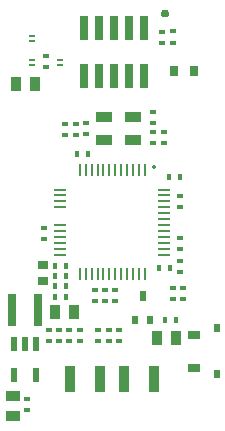
<source format=gtp>
G75*
%MOIN*%
%OFA0B0*%
%FSLAX25Y25*%
%IPPOS*%
%LPD*%
%AMOC8*
5,1,8,0,0,1.08239X$1,22.5*
%
%ADD10R,0.01063X0.03937*%
%ADD11R,0.03937X0.01063*%
%ADD12R,0.01181X0.00500*%
%ADD13R,0.00500X0.01181*%
%ADD14R,0.01772X0.02165*%
%ADD15R,0.01772X0.02362*%
%ADD16R,0.02165X0.01772*%
%ADD17R,0.02362X0.01772*%
%ADD18R,0.05315X0.03740*%
%ADD19R,0.02756X0.08268*%
%ADD20R,0.03346X0.04921*%
%ADD21R,0.03346X0.05118*%
%ADD22R,0.01969X0.00787*%
%ADD23R,0.02362X0.03150*%
%ADD24R,0.02362X0.03543*%
%ADD25R,0.03740X0.09055*%
%ADD26R,0.04331X0.03150*%
%ADD27R,0.01969X0.03150*%
%ADD28R,0.02165X0.04724*%
%ADD29R,0.05118X0.03346*%
%ADD30R,0.03150X0.10630*%
%ADD31R,0.03346X0.02756*%
%ADD32R,0.03000X0.03500*%
%ADD33R,0.03150X0.01575*%
D10*
X0029523Y0115596D03*
X0031492Y0115596D03*
X0033460Y0115596D03*
X0035429Y0115596D03*
X0037397Y0115596D03*
X0039366Y0115596D03*
X0041334Y0115596D03*
X0043303Y0115596D03*
X0045271Y0115596D03*
X0047240Y0115596D03*
X0049208Y0115596D03*
X0051177Y0115596D03*
X0051177Y0150242D03*
X0049208Y0150242D03*
X0047240Y0150242D03*
X0045271Y0150242D03*
X0043303Y0150242D03*
X0041334Y0150242D03*
X0039366Y0150242D03*
X0037397Y0150242D03*
X0035429Y0150242D03*
X0033460Y0150242D03*
X0031492Y0150242D03*
X0029523Y0150242D03*
D11*
X0023027Y0143746D03*
X0023027Y0141778D03*
X0023027Y0139809D03*
X0023027Y0137841D03*
X0023027Y0131935D03*
X0023027Y0129967D03*
X0023027Y0127998D03*
X0023027Y0126030D03*
X0023027Y0124061D03*
X0023027Y0122093D03*
X0057673Y0122093D03*
X0057673Y0124061D03*
X0057673Y0126030D03*
X0057673Y0127998D03*
X0057673Y0129967D03*
X0057673Y0131935D03*
X0057673Y0133904D03*
X0057673Y0135872D03*
X0057673Y0137841D03*
X0057673Y0139809D03*
X0057673Y0141778D03*
X0057673Y0143746D03*
D12*
X0054278Y0151400D03*
D13*
X0054264Y0151393D03*
D14*
X0024996Y0118370D03*
X0021295Y0118370D03*
D15*
X0021100Y0114913D03*
X0021067Y0111435D03*
X0021200Y0108013D03*
X0024768Y0111435D03*
X0024800Y0114913D03*
X0024900Y0108013D03*
X0028442Y0155619D03*
X0032143Y0155619D03*
X0055875Y0117443D03*
X0059576Y0117443D03*
X0058000Y0100213D03*
X0061700Y0100213D03*
X0062844Y0147786D03*
X0059143Y0147786D03*
D16*
X0062857Y0141733D03*
X0062857Y0138032D03*
X0062952Y0127646D03*
X0062952Y0123945D03*
X0063020Y0119915D03*
X0063020Y0116214D03*
X0063941Y0111012D03*
X0063941Y0107311D03*
X0060496Y0107300D03*
X0060496Y0111000D03*
X0042489Y0096995D03*
X0042489Y0093294D03*
X0039071Y0093349D03*
X0039071Y0097050D03*
X0035548Y0096997D03*
X0035548Y0093296D03*
X0034422Y0106526D03*
X0034422Y0110226D03*
X0037952Y0110226D03*
X0037952Y0106526D03*
X0041333Y0106526D03*
X0041333Y0110226D03*
X0025950Y0096863D03*
X0025950Y0093163D03*
X0022650Y0093263D03*
X0022650Y0096963D03*
X0019350Y0096963D03*
X0019350Y0093263D03*
X0024681Y0162020D03*
X0024681Y0165721D03*
X0018177Y0184642D03*
X0018177Y0188343D03*
X0053732Y0163021D03*
X0053732Y0159320D03*
D17*
X0053732Y0165994D03*
X0053732Y0169695D03*
X0057693Y0163021D03*
X0057693Y0159320D03*
X0057026Y0192719D03*
X0057026Y0196419D03*
X0060488Y0196444D03*
X0060488Y0192744D03*
X0031673Y0165818D03*
X0031673Y0162117D03*
X0028228Y0162020D03*
X0028228Y0165721D03*
X0017442Y0130803D03*
X0017442Y0127102D03*
X0029650Y0096863D03*
X0029650Y0093163D03*
X0011850Y0073963D03*
X0011850Y0070263D03*
D18*
X0037448Y0160104D03*
X0037448Y0167978D03*
X0047291Y0167978D03*
X0047291Y0160104D03*
D19*
X0045850Y0181711D03*
X0050850Y0181711D03*
X0050850Y0197459D03*
X0045850Y0197459D03*
X0040850Y0197459D03*
X0035850Y0197459D03*
X0030850Y0197459D03*
X0030850Y0181711D03*
X0035850Y0181711D03*
X0040850Y0181711D03*
D20*
X0014400Y0178913D03*
X0008100Y0178913D03*
X0055337Y0094144D03*
X0061636Y0094144D03*
D21*
X0027680Y0102930D03*
X0021184Y0102930D03*
D22*
X0022982Y0185235D03*
X0022982Y0186889D03*
X0013678Y0193422D03*
X0013678Y0195075D03*
X0013626Y0186846D03*
X0013626Y0185193D03*
X0058050Y0201586D03*
X0058050Y0203240D03*
D23*
X0053041Y0100306D03*
X0047922Y0100306D03*
D24*
X0050481Y0108180D03*
D25*
X0054291Y0080510D03*
X0044252Y0080510D03*
X0036378Y0080510D03*
X0026338Y0080510D03*
D26*
X0067626Y0084380D03*
X0067626Y0095246D03*
D27*
X0075303Y0097490D03*
X0075303Y0082136D03*
D28*
X0014890Y0082095D03*
X0014890Y0092331D03*
X0011150Y0092331D03*
X0007410Y0092331D03*
X0007410Y0082095D03*
D29*
X0007250Y0068367D03*
X0007250Y0074863D03*
D30*
X0007019Y0103713D03*
X0015681Y0103713D03*
D31*
X0017350Y0113354D03*
X0017350Y0118472D03*
D32*
X0060904Y0183413D03*
X0067596Y0183413D03*
D33*
X0058050Y0202413D03*
M02*

</source>
